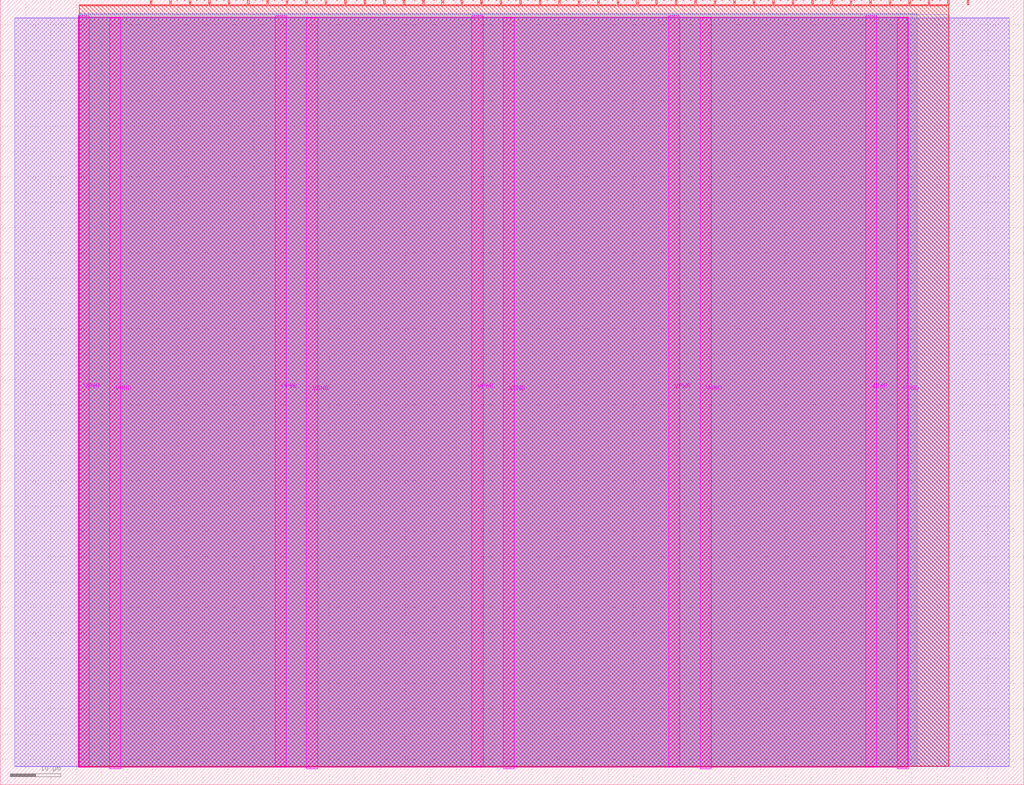
<source format=lef>
VERSION 5.7 ;
  NOWIREEXTENSIONATPIN ON ;
  DIVIDERCHAR "/" ;
  BUSBITCHARS "[]" ;
MACRO tt_um_wokwi_455299761916711937
  CLASS BLOCK ;
  FOREIGN tt_um_wokwi_455299761916711937 ;
  ORIGIN 0.000 0.000 ;
  SIZE 202.080 BY 154.980 ;
  PIN VGND
    DIRECTION INOUT ;
    USE GROUND ;
    PORT
      LAYER TopMetal1 ;
        RECT 21.580 3.150 23.780 151.420 ;
    END
    PORT
      LAYER TopMetal1 ;
        RECT 60.450 3.150 62.650 151.420 ;
    END
    PORT
      LAYER TopMetal1 ;
        RECT 99.320 3.150 101.520 151.420 ;
    END
    PORT
      LAYER TopMetal1 ;
        RECT 138.190 3.150 140.390 151.420 ;
    END
    PORT
      LAYER TopMetal1 ;
        RECT 177.060 3.150 179.260 151.420 ;
    END
  END VGND
  PIN VPWR
    DIRECTION INOUT ;
    USE POWER ;
    PORT
      LAYER TopMetal1 ;
        RECT 15.380 3.560 17.580 151.830 ;
    END
    PORT
      LAYER TopMetal1 ;
        RECT 54.250 3.560 56.450 151.830 ;
    END
    PORT
      LAYER TopMetal1 ;
        RECT 93.120 3.560 95.320 151.830 ;
    END
    PORT
      LAYER TopMetal1 ;
        RECT 131.990 3.560 134.190 151.830 ;
    END
    PORT
      LAYER TopMetal1 ;
        RECT 170.860 3.560 173.060 151.830 ;
    END
  END VPWR
  PIN clk
    DIRECTION INPUT ;
    USE SIGNAL ;
    ANTENNAGATEAREA 0.725400 ;
    PORT
      LAYER Metal4 ;
        RECT 187.050 153.980 187.350 154.980 ;
    END
  END clk
  PIN ena
    DIRECTION INPUT ;
    USE SIGNAL ;
    PORT
      LAYER Metal4 ;
        RECT 190.890 153.980 191.190 154.980 ;
    END
  END ena
  PIN rst_n
    DIRECTION INPUT ;
    USE SIGNAL ;
    PORT
      LAYER Metal4 ;
        RECT 183.210 153.980 183.510 154.980 ;
    END
  END rst_n
  PIN ui_in[0]
    DIRECTION INPUT ;
    USE SIGNAL ;
    ANTENNAGATEAREA 0.180700 ;
    PORT
      LAYER Metal4 ;
        RECT 179.370 153.980 179.670 154.980 ;
    END
  END ui_in[0]
  PIN ui_in[1]
    DIRECTION INPUT ;
    USE SIGNAL ;
    ANTENNAGATEAREA 0.180700 ;
    PORT
      LAYER Metal4 ;
        RECT 175.530 153.980 175.830 154.980 ;
    END
  END ui_in[1]
  PIN ui_in[2]
    DIRECTION INPUT ;
    USE SIGNAL ;
    ANTENNAGATEAREA 0.180700 ;
    PORT
      LAYER Metal4 ;
        RECT 171.690 153.980 171.990 154.980 ;
    END
  END ui_in[2]
  PIN ui_in[3]
    DIRECTION INPUT ;
    USE SIGNAL ;
    PORT
      LAYER Metal4 ;
        RECT 167.850 153.980 168.150 154.980 ;
    END
  END ui_in[3]
  PIN ui_in[4]
    DIRECTION INPUT ;
    USE SIGNAL ;
    PORT
      LAYER Metal4 ;
        RECT 164.010 153.980 164.310 154.980 ;
    END
  END ui_in[4]
  PIN ui_in[5]
    DIRECTION INPUT ;
    USE SIGNAL ;
    PORT
      LAYER Metal4 ;
        RECT 160.170 153.980 160.470 154.980 ;
    END
  END ui_in[5]
  PIN ui_in[6]
    DIRECTION INPUT ;
    USE SIGNAL ;
    ANTENNAGATEAREA 0.180700 ;
    PORT
      LAYER Metal4 ;
        RECT 156.330 153.980 156.630 154.980 ;
    END
  END ui_in[6]
  PIN ui_in[7]
    DIRECTION INPUT ;
    USE SIGNAL ;
    ANTENNAGATEAREA 0.180700 ;
    PORT
      LAYER Metal4 ;
        RECT 152.490 153.980 152.790 154.980 ;
    END
  END ui_in[7]
  PIN uio_in[0]
    DIRECTION INPUT ;
    USE SIGNAL ;
    PORT
      LAYER Metal4 ;
        RECT 148.650 153.980 148.950 154.980 ;
    END
  END uio_in[0]
  PIN uio_in[1]
    DIRECTION INPUT ;
    USE SIGNAL ;
    PORT
      LAYER Metal4 ;
        RECT 144.810 153.980 145.110 154.980 ;
    END
  END uio_in[1]
  PIN uio_in[2]
    DIRECTION INPUT ;
    USE SIGNAL ;
    PORT
      LAYER Metal4 ;
        RECT 140.970 153.980 141.270 154.980 ;
    END
  END uio_in[2]
  PIN uio_in[3]
    DIRECTION INPUT ;
    USE SIGNAL ;
    PORT
      LAYER Metal4 ;
        RECT 137.130 153.980 137.430 154.980 ;
    END
  END uio_in[3]
  PIN uio_in[4]
    DIRECTION INPUT ;
    USE SIGNAL ;
    PORT
      LAYER Metal4 ;
        RECT 133.290 153.980 133.590 154.980 ;
    END
  END uio_in[4]
  PIN uio_in[5]
    DIRECTION INPUT ;
    USE SIGNAL ;
    PORT
      LAYER Metal4 ;
        RECT 129.450 153.980 129.750 154.980 ;
    END
  END uio_in[5]
  PIN uio_in[6]
    DIRECTION INPUT ;
    USE SIGNAL ;
    PORT
      LAYER Metal4 ;
        RECT 125.610 153.980 125.910 154.980 ;
    END
  END uio_in[6]
  PIN uio_in[7]
    DIRECTION INPUT ;
    USE SIGNAL ;
    PORT
      LAYER Metal4 ;
        RECT 121.770 153.980 122.070 154.980 ;
    END
  END uio_in[7]
  PIN uio_oe[0]
    DIRECTION OUTPUT ;
    USE SIGNAL ;
    ANTENNADIFFAREA 0.299200 ;
    PORT
      LAYER Metal4 ;
        RECT 56.490 153.980 56.790 154.980 ;
    END
  END uio_oe[0]
  PIN uio_oe[1]
    DIRECTION OUTPUT ;
    USE SIGNAL ;
    ANTENNADIFFAREA 0.299200 ;
    PORT
      LAYER Metal4 ;
        RECT 52.650 153.980 52.950 154.980 ;
    END
  END uio_oe[1]
  PIN uio_oe[2]
    DIRECTION OUTPUT ;
    USE SIGNAL ;
    ANTENNADIFFAREA 0.299200 ;
    PORT
      LAYER Metal4 ;
        RECT 48.810 153.980 49.110 154.980 ;
    END
  END uio_oe[2]
  PIN uio_oe[3]
    DIRECTION OUTPUT ;
    USE SIGNAL ;
    ANTENNADIFFAREA 0.299200 ;
    PORT
      LAYER Metal4 ;
        RECT 44.970 153.980 45.270 154.980 ;
    END
  END uio_oe[3]
  PIN uio_oe[4]
    DIRECTION OUTPUT ;
    USE SIGNAL ;
    ANTENNADIFFAREA 0.299200 ;
    PORT
      LAYER Metal4 ;
        RECT 41.130 153.980 41.430 154.980 ;
    END
  END uio_oe[4]
  PIN uio_oe[5]
    DIRECTION OUTPUT ;
    USE SIGNAL ;
    ANTENNADIFFAREA 0.299200 ;
    PORT
      LAYER Metal4 ;
        RECT 37.290 153.980 37.590 154.980 ;
    END
  END uio_oe[5]
  PIN uio_oe[6]
    DIRECTION OUTPUT ;
    USE SIGNAL ;
    ANTENNADIFFAREA 0.299200 ;
    PORT
      LAYER Metal4 ;
        RECT 33.450 153.980 33.750 154.980 ;
    END
  END uio_oe[6]
  PIN uio_oe[7]
    DIRECTION OUTPUT ;
    USE SIGNAL ;
    ANTENNADIFFAREA 0.299200 ;
    PORT
      LAYER Metal4 ;
        RECT 29.610 153.980 29.910 154.980 ;
    END
  END uio_oe[7]
  PIN uio_out[0]
    DIRECTION OUTPUT ;
    USE SIGNAL ;
    ANTENNADIFFAREA 0.299200 ;
    PORT
      LAYER Metal4 ;
        RECT 87.210 153.980 87.510 154.980 ;
    END
  END uio_out[0]
  PIN uio_out[1]
    DIRECTION OUTPUT ;
    USE SIGNAL ;
    ANTENNADIFFAREA 0.299200 ;
    PORT
      LAYER Metal4 ;
        RECT 83.370 153.980 83.670 154.980 ;
    END
  END uio_out[1]
  PIN uio_out[2]
    DIRECTION OUTPUT ;
    USE SIGNAL ;
    ANTENNADIFFAREA 0.299200 ;
    PORT
      LAYER Metal4 ;
        RECT 79.530 153.980 79.830 154.980 ;
    END
  END uio_out[2]
  PIN uio_out[3]
    DIRECTION OUTPUT ;
    USE SIGNAL ;
    ANTENNADIFFAREA 0.299200 ;
    PORT
      LAYER Metal4 ;
        RECT 75.690 153.980 75.990 154.980 ;
    END
  END uio_out[3]
  PIN uio_out[4]
    DIRECTION OUTPUT ;
    USE SIGNAL ;
    ANTENNADIFFAREA 0.299200 ;
    PORT
      LAYER Metal4 ;
        RECT 71.850 153.980 72.150 154.980 ;
    END
  END uio_out[4]
  PIN uio_out[5]
    DIRECTION OUTPUT ;
    USE SIGNAL ;
    ANTENNADIFFAREA 0.299200 ;
    PORT
      LAYER Metal4 ;
        RECT 68.010 153.980 68.310 154.980 ;
    END
  END uio_out[5]
  PIN uio_out[6]
    DIRECTION OUTPUT ;
    USE SIGNAL ;
    ANTENNADIFFAREA 0.299200 ;
    PORT
      LAYER Metal4 ;
        RECT 64.170 153.980 64.470 154.980 ;
    END
  END uio_out[6]
  PIN uio_out[7]
    DIRECTION OUTPUT ;
    USE SIGNAL ;
    ANTENNADIFFAREA 0.299200 ;
    PORT
      LAYER Metal4 ;
        RECT 60.330 153.980 60.630 154.980 ;
    END
  END uio_out[7]
  PIN uo_out[0]
    DIRECTION OUTPUT ;
    USE SIGNAL ;
    ANTENNADIFFAREA 0.708600 ;
    PORT
      LAYER Metal4 ;
        RECT 117.930 153.980 118.230 154.980 ;
    END
  END uo_out[0]
  PIN uo_out[1]
    DIRECTION OUTPUT ;
    USE SIGNAL ;
    ANTENNADIFFAREA 0.708600 ;
    PORT
      LAYER Metal4 ;
        RECT 114.090 153.980 114.390 154.980 ;
    END
  END uo_out[1]
  PIN uo_out[2]
    DIRECTION OUTPUT ;
    USE SIGNAL ;
    ANTENNADIFFAREA 0.708600 ;
    PORT
      LAYER Metal4 ;
        RECT 110.250 153.980 110.550 154.980 ;
    END
  END uo_out[2]
  PIN uo_out[3]
    DIRECTION OUTPUT ;
    USE SIGNAL ;
    ANTENNADIFFAREA 0.708600 ;
    PORT
      LAYER Metal4 ;
        RECT 106.410 153.980 106.710 154.980 ;
    END
  END uo_out[3]
  PIN uo_out[4]
    DIRECTION OUTPUT ;
    USE SIGNAL ;
    ANTENNADIFFAREA 0.708600 ;
    PORT
      LAYER Metal4 ;
        RECT 102.570 153.980 102.870 154.980 ;
    END
  END uo_out[4]
  PIN uo_out[5]
    DIRECTION OUTPUT ;
    USE SIGNAL ;
    ANTENNADIFFAREA 0.708600 ;
    PORT
      LAYER Metal4 ;
        RECT 98.730 153.980 99.030 154.980 ;
    END
  END uo_out[5]
  PIN uo_out[6]
    DIRECTION OUTPUT ;
    USE SIGNAL ;
    ANTENNADIFFAREA 0.299200 ;
    PORT
      LAYER Metal4 ;
        RECT 94.890 153.980 95.190 154.980 ;
    END
  END uo_out[6]
  PIN uo_out[7]
    DIRECTION OUTPUT ;
    USE SIGNAL ;
    ANTENNADIFFAREA 0.708600 ;
    PORT
      LAYER Metal4 ;
        RECT 91.050 153.980 91.350 154.980 ;
    END
  END uo_out[7]
  OBS
      LAYER GatPoly ;
        RECT 2.880 3.630 199.200 151.350 ;
      LAYER Metal1 ;
        RECT 2.880 3.560 199.200 151.420 ;
      LAYER Metal2 ;
        RECT 15.560 3.635 181.065 152.185 ;
      LAYER Metal3 ;
        RECT 15.515 3.680 187.345 152.145 ;
      LAYER Metal4 ;
        RECT 15.560 153.770 29.400 153.980 ;
        RECT 30.120 153.770 33.240 153.980 ;
        RECT 33.960 153.770 37.080 153.980 ;
        RECT 37.800 153.770 40.920 153.980 ;
        RECT 41.640 153.770 44.760 153.980 ;
        RECT 45.480 153.770 48.600 153.980 ;
        RECT 49.320 153.770 52.440 153.980 ;
        RECT 53.160 153.770 56.280 153.980 ;
        RECT 57.000 153.770 60.120 153.980 ;
        RECT 60.840 153.770 63.960 153.980 ;
        RECT 64.680 153.770 67.800 153.980 ;
        RECT 68.520 153.770 71.640 153.980 ;
        RECT 72.360 153.770 75.480 153.980 ;
        RECT 76.200 153.770 79.320 153.980 ;
        RECT 80.040 153.770 83.160 153.980 ;
        RECT 83.880 153.770 87.000 153.980 ;
        RECT 87.720 153.770 90.840 153.980 ;
        RECT 91.560 153.770 94.680 153.980 ;
        RECT 95.400 153.770 98.520 153.980 ;
        RECT 99.240 153.770 102.360 153.980 ;
        RECT 103.080 153.770 106.200 153.980 ;
        RECT 106.920 153.770 110.040 153.980 ;
        RECT 110.760 153.770 113.880 153.980 ;
        RECT 114.600 153.770 117.720 153.980 ;
        RECT 118.440 153.770 121.560 153.980 ;
        RECT 122.280 153.770 125.400 153.980 ;
        RECT 126.120 153.770 129.240 153.980 ;
        RECT 129.960 153.770 133.080 153.980 ;
        RECT 133.800 153.770 136.920 153.980 ;
        RECT 137.640 153.770 140.760 153.980 ;
        RECT 141.480 153.770 144.600 153.980 ;
        RECT 145.320 153.770 148.440 153.980 ;
        RECT 149.160 153.770 152.280 153.980 ;
        RECT 153.000 153.770 156.120 153.980 ;
        RECT 156.840 153.770 159.960 153.980 ;
        RECT 160.680 153.770 163.800 153.980 ;
        RECT 164.520 153.770 167.640 153.980 ;
        RECT 168.360 153.770 171.480 153.980 ;
        RECT 172.200 153.770 175.320 153.980 ;
        RECT 176.040 153.770 179.160 153.980 ;
        RECT 179.880 153.770 183.000 153.980 ;
        RECT 183.720 153.770 186.840 153.980 ;
        RECT 15.560 3.635 187.300 153.770 ;
      LAYER Metal5 ;
        RECT 15.515 3.470 179.125 151.510 ;
  END
END tt_um_wokwi_455299761916711937
END LIBRARY


</source>
